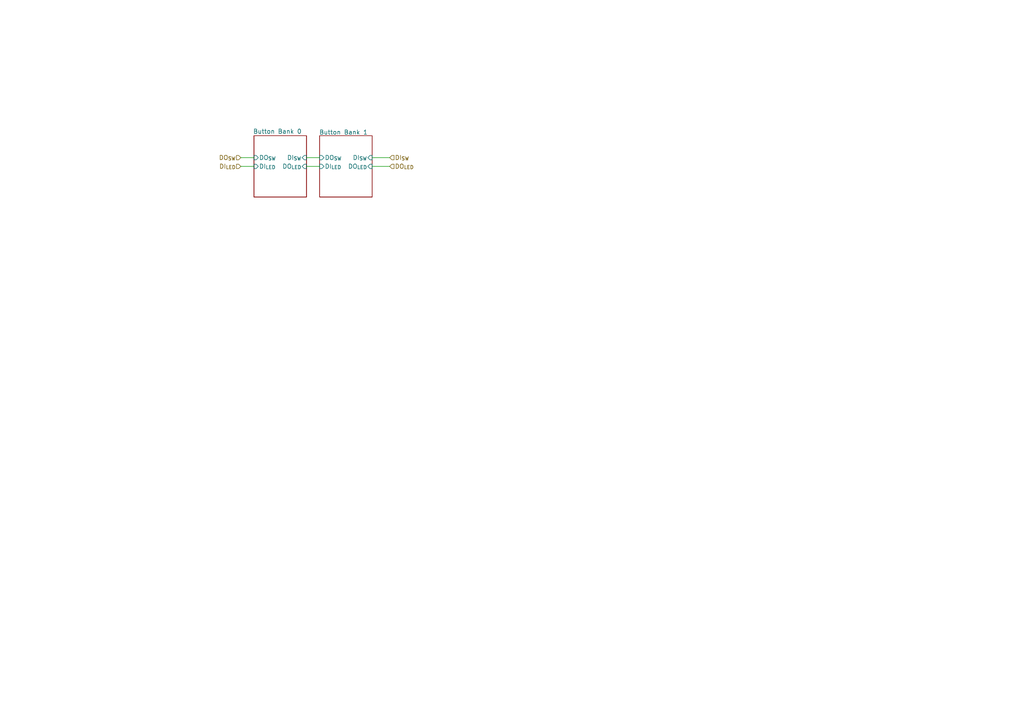
<source format=kicad_sch>
(kicad_sch
	(version 20250114)
	(generator "eeschema")
	(generator_version "9.0")
	(uuid "1cf3bcf4-d793-48c3-8f4a-a7b6a9551f04")
	(paper "A4")
	(title_block
		(comment 4 "See https://github.com/aseanwatson/DrumKitButtons/tree/${REV}")
	)
	(lib_symbols)
	(wire
		(pts
			(xy 107.95 45.72) (xy 113.03 45.72)
		)
		(stroke
			(width 0)
			(type default)
		)
		(uuid "08eb4391-8670-45a6-8556-339682f39c35")
	)
	(wire
		(pts
			(xy 69.85 48.26) (xy 73.66 48.26)
		)
		(stroke
			(width 0)
			(type default)
		)
		(uuid "251fa8d9-7855-46b6-aa34-10fa99e0e073")
	)
	(wire
		(pts
			(xy 69.85 45.72) (xy 73.66 45.72)
		)
		(stroke
			(width 0)
			(type default)
		)
		(uuid "777f0d12-bf40-4e1d-ab48-fe0acd49871a")
	)
	(wire
		(pts
			(xy 107.95 48.26) (xy 113.03 48.26)
		)
		(stroke
			(width 0)
			(type default)
		)
		(uuid "c0a1c7ae-aa83-49cd-b4e8-7a3d9b3e988a")
	)
	(wire
		(pts
			(xy 88.9 45.72) (xy 92.71 45.72)
		)
		(stroke
			(width 0)
			(type default)
		)
		(uuid "cf20c5ea-e699-4661-aa3b-1a65d0ee4f92")
	)
	(wire
		(pts
			(xy 88.9 48.26) (xy 92.71 48.26)
		)
		(stroke
			(width 0)
			(type default)
		)
		(uuid "f06c09f8-cf25-47eb-a6c5-360a8c9ee700")
	)
	(hierarchical_label "DO_{SW}"
		(shape input)
		(at 69.85 45.72 180)
		(effects
			(font
				(size 1.27 1.27)
			)
			(justify right)
		)
		(uuid "0b0ccf4e-2277-426c-b319-ada5903ced65")
	)
	(hierarchical_label "DO_{LED}"
		(shape input)
		(at 113.03 48.26 0)
		(effects
			(font
				(size 1.27 1.27)
			)
			(justify left)
		)
		(uuid "808bc238-0d52-4de9-a63d-5e0681bedd4f")
	)
	(hierarchical_label "DI_{LED}"
		(shape input)
		(at 69.85 48.26 180)
		(effects
			(font
				(size 1.27 1.27)
			)
			(justify right)
		)
		(uuid "b2588abe-248d-406e-8697-deec4524da83")
	)
	(hierarchical_label "DI_{SW}"
		(shape input)
		(at 113.03 45.72 0)
		(effects
			(font
				(size 1.27 1.27)
			)
			(justify left)
		)
		(uuid "b500f715-6165-40d7-8a15-2a1f55d729f2")
	)
	(sheet
		(at 73.66 39.37)
		(size 15.24 17.78)
		(exclude_from_sim no)
		(in_bom yes)
		(on_board yes)
		(dnp no)
		(stroke
			(width 0.1524)
			(type solid)
		)
		(fill
			(color 0 0 0 0.0000)
		)
		(uuid "bd3166e1-073b-4f1e-9193-d3815873b545")
		(property "Sheetname" "Button Bank 0"
			(at 73.406 38.862 0)
			(effects
				(font
					(size 1.27 1.27)
				)
				(justify left bottom)
			)
		)
		(property "Sheetfile" "8-buttons.kicad_sch"
			(at 73.66 48.8446 0)
			(effects
				(font
					(size 1.27 1.27)
				)
				(justify left top)
				(hide yes)
			)
		)
		(pin "DI_{SW}" input
			(at 88.9 45.72 0)
			(uuid "85b18162-4801-4911-9297-8eb0533c45f5")
			(effects
				(font
					(size 1.27 1.27)
				)
				(justify right)
			)
		)
		(pin "DO_{SW}" input
			(at 73.66 45.72 180)
			(uuid "f14f63b1-f25f-45d5-a12f-057adc09bf13")
			(effects
				(font
					(size 1.27 1.27)
				)
				(justify left)
			)
		)
		(pin "DI_{LED}" input
			(at 73.66 48.26 180)
			(uuid "083043d9-5e0e-43de-846d-bb3dfbad2785")
			(effects
				(font
					(size 1.27 1.27)
				)
				(justify left)
			)
		)
		(pin "DO_{LED}" input
			(at 88.9 48.26 0)
			(uuid "6251ffc9-f699-4058-94da-7ae8dc54320e")
			(effects
				(font
					(size 1.27 1.27)
				)
				(justify right)
			)
		)
		(instances
			(project "DrumKitButtons"
				(path "/9053e4fd-2214-4e2c-a1c2-d5a9964413b7/080541ba-8a23-4ab1-809d-a44c03bbb868"
					(page "3")
				)
				(path "/9053e4fd-2214-4e2c-a1c2-d5a9964413b7/f195c9d2-d6e0-4754-8ebb-4901408a618f"
					(page "22")
				)
				(path "/9053e4fd-2214-4e2c-a1c2-d5a9964413b7/408411a9-c549-46a3-8b12-7defe91565f0"
					(page "41")
				)
			)
		)
	)
	(sheet
		(at 92.71 39.37)
		(size 15.24 17.78)
		(exclude_from_sim no)
		(in_bom yes)
		(on_board yes)
		(dnp no)
		(stroke
			(width 0.1524)
			(type solid)
		)
		(fill
			(color 0 0 0 0.0000)
		)
		(uuid "f0f44291-9bfc-4e07-9a23-05cc8f9ac0f3")
		(property "Sheetname" "Button Bank 1"
			(at 106.68 39.116 0)
			(effects
				(font
					(size 1.27 1.27)
				)
				(justify right bottom)
			)
		)
		(property "Sheetfile" "8-buttons.kicad_sch"
			(at 92.71 48.8446 0)
			(effects
				(font
					(size 1.27 1.27)
				)
				(justify left top)
				(hide yes)
			)
		)
		(pin "DI_{SW}" input
			(at 107.95 45.72 0)
			(uuid "c098a53a-290e-4eff-b8f1-43e2834f2b8e")
			(effects
				(font
					(size 1.27 1.27)
				)
				(justify right)
			)
		)
		(pin "DO_{SW}" input
			(at 92.71 45.72 180)
			(uuid "d2c767eb-0b01-4dc0-a2ad-fdafe4d19749")
			(effects
				(font
					(size 1.27 1.27)
				)
				(justify left)
			)
		)
		(pin "DI_{LED}" input
			(at 92.71 48.26 180)
			(uuid "11bb6a11-ea1c-471c-8698-9118f03bdf42")
			(effects
				(font
					(size 1.27 1.27)
				)
				(justify left)
			)
		)
		(pin "DO_{LED}" input
			(at 107.95 48.26 0)
			(uuid "3d10b62e-988a-42aa-a4c6-c7e8c7099322")
			(effects
				(font
					(size 1.27 1.27)
				)
				(justify right)
			)
		)
		(instances
			(project "DrumKitButtons"
				(path "/9053e4fd-2214-4e2c-a1c2-d5a9964413b7/080541ba-8a23-4ab1-809d-a44c03bbb868"
					(page "12")
				)
				(path "/9053e4fd-2214-4e2c-a1c2-d5a9964413b7/f195c9d2-d6e0-4754-8ebb-4901408a618f"
					(page "31")
				)
				(path "/9053e4fd-2214-4e2c-a1c2-d5a9964413b7/408411a9-c549-46a3-8b12-7defe91565f0"
					(page "50")
				)
			)
		)
	)
)

</source>
